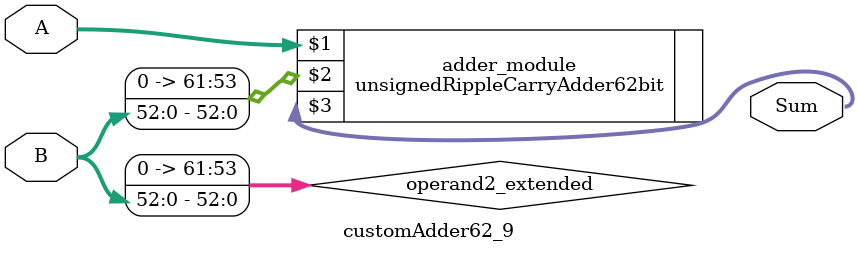
<source format=v>
module customAdder62_9(
                        input [61 : 0] A,
                        input [52 : 0] B,
                        
                        output [62 : 0] Sum
                );

        wire [61 : 0] operand2_extended;
        
        assign operand2_extended =  {9'b0, B};
        
        unsignedRippleCarryAdder62bit adder_module(
            A,
            operand2_extended,
            Sum
        );
        
        endmodule
        
</source>
